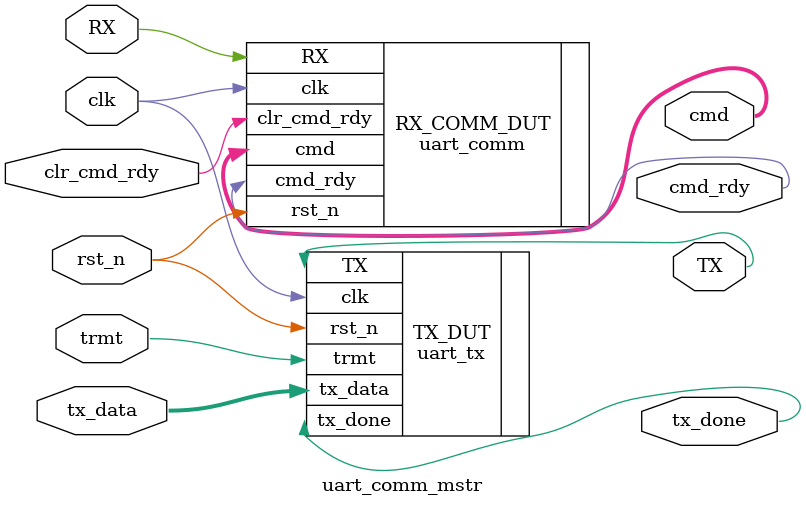
<source format=sv>
module uart_comm_mstr(clk, rst_n, tx_done, cmd_rdy, tx_data, cmd, TX, RX, clr_cmd_rdy, trmt );

 input [7:0] tx_data;
 output [23:0] cmd;
 input clk, rst_n, RX, clr_cmd_rdy, trmt;
 output tx_done, cmd_rdy, TX;

 uart_tx TX_DUT(.clk(clk), .rst_n(rst_n), .tx_done(tx_done), .trmt(trmt), .TX(TX), .tx_data(tx_data));

 uart_comm RX_COMM_DUT(.clk(clk), .rst_n(rst_n), .RX(RX), .clr_cmd_rdy(clr_cmd_rdy), .cmd_rdy(cmd_rdy), .cmd(cmd));

endmodule

</source>
